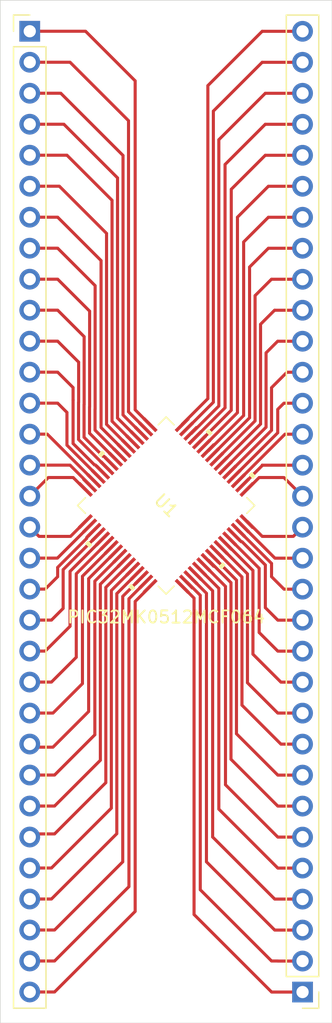
<source format=kicad_pcb>
(kicad_pcb (version 20211014) (generator pcbnew)
  (layers (0 "F.Cu" signal) (31 "B.Cu" signal) (34 "B.Paste" user) (35 "F.Paste" user) (36 "B.SilkS" user "B.Silkscreen") (37 "F.SilkS" user "F.Silkscreen") (38 "B.Mask" user) (39 "F.Mask" user) (44 "Edge.Cuts" user))
  (net 0 "")
  (footprint "Connector_PinHeader_2.54mm:PinHeader_1x32_P2.54mm_Vertical" (layer "F.Cu") (at 129.413 59.685)
    (fp_text reference "J2" hide)
    (fp_text value "Conn_01x32" hide)
    (fp_line (start 1.33 1.27) (end 1.33 80.07) (layer "F.SilkS") (width 0.12))
    (fp_line (start -1.33 1.27) (end -1.33 80.07) (layer "F.SilkS") (width 0.12))
    (fp_line (start -1.33 0) (end -1.33 -1.33) (layer "F.SilkS") (width 0.12))
    (fp_line (start -1.33 80.07) (end 1.33 80.07) (layer "F.SilkS") (width 0.12))
    (fp_line (start -1.33 1.27) (end 1.33 1.27) (layer "F.SilkS") (width 0.12))
    (fp_line (start -1.33 -1.33) (end 0 -1.33) (layer "F.SilkS") (width 0.12))
    (pad "1" thru_hole rect (at 0 0) (size 1.7 1.7) (drill 1) (layers *.Cu *.Mask))
    (pad "2" thru_hole oval (at 0 2.54) (size 1.7 1.7) (drill 1) (layers *.Cu *.Mask))
    (pad "3" thru_hole oval (at 0 5.08) (size 1.7 1.7) (drill 1) (layers *.Cu *.Mask))
    (pad "4" thru_hole oval (at 0 7.62) (size 1.7 1.7) (drill 1) (layers *.Cu *.Mask))
    (pad "5" thru_hole oval (at 0 10.16) (size 1.7 1.7) (drill 1) (layers *.Cu *.Mask))
    (pad "6" thru_hole oval (at 0 12.7) (size 1.7 1.7) (drill 1) (layers *.Cu *.Mask))
    (pad "7" thru_hole oval (at 0 15.24) (size 1.7 1.7) (drill 1) (layers *.Cu *.Mask))
    (pad "8" thru_hole oval (at 0 17.78) (size 1.7 1.7) (drill 1) (layers *.Cu *.Mask))
    (pad "9" thru_hole oval (at 0 20.32) (size 1.7 1.7) (drill 1) (layers *.Cu *.Mask))
    (pad "10" thru_hole oval (at 0 22.86) (size 1.7 1.7) (drill 1) (layers *.Cu *.Mask))
    (pad "11" thru_hole oval (at 0 25.4) (size 1.7 1.7) (drill 1) (layers *.Cu *.Mask))
    (pad "12" thru_hole oval (at 0 27.94) (size 1.7 1.7) (drill 1) (layers *.Cu *.Mask))
    (pad "13" thru_hole oval (at 0 30.48) (size 1.7 1.7) (drill 1) (layers *.Cu *.Mask))
    (pad "14" thru_hole oval (at 0 33.02) (size 1.7 1.7) (drill 1) (layers *.Cu *.Mask))
    (pad "15" thru_hole oval (at 0 35.56) (size 1.7 1.7) (drill 1) (layers *.Cu *.Mask))
    (pad "16" thru_hole oval (at 0 38.1) (size 1.7 1.7) (drill 1) (layers *.Cu *.Mask))
    (pad "17" thru_hole oval (at 0 40.64) (size 1.7 1.7) (drill 1) (layers *.Cu *.Mask))
    (pad "18" thru_hole oval (at 0 43.18) (size 1.7 1.7) (drill 1) (layers *.Cu *.Mask))
    (pad "19" thru_hole oval (at 0 45.72) (size 1.7 1.7) (drill 1) (layers *.Cu *.Mask))
    (pad "20" thru_hole oval (at 0 48.26) (size 1.7 1.7) (drill 1) (layers *.Cu *.Mask))
    (pad "21" thru_hole oval (at 0 50.8) (size 1.7 1.7) (drill 1) (layers *.Cu *.Mask))
    (pad "22" thru_hole oval (at 0 53.34) (size 1.7 1.7) (drill 1) (layers *.Cu *.Mask))
    (pad "23" thru_hole oval (at 0 55.88) (size 1.7 1.7) (drill 1) (layers *.Cu *.Mask))
    (pad "24" thru_hole oval (at 0 58.42) (size 1.7 1.7) (drill 1) (layers *.Cu *.Mask))
    (pad "25" thru_hole oval (at 0 60.96) (size 1.7 1.7) (drill 1) (layers *.Cu *.Mask))
    (pad "26" thru_hole oval (at 0 63.5) (size 1.7 1.7) (drill 1) (layers *.Cu *.Mask))
    (pad "27" thru_hole oval (at 0 66.04) (size 1.7 1.7) (drill 1) (layers *.Cu *.Mask))
    (pad "28" thru_hole oval (at 0 68.58) (size 1.7 1.7) (drill 1) (layers *.Cu *.Mask))
    (pad "29" thru_hole oval (at 0 71.12) (size 1.7 1.7) (drill 1) (layers *.Cu *.Mask))
    (pad "30" thru_hole oval (at 0 73.66) (size 1.7 1.7) (drill 1) (layers *.Cu *.Mask))
    (pad "31" thru_hole oval (at 0 76.2) (size 1.7 1.7) (drill 1) (layers *.Cu *.Mask))
    (pad "32" thru_hole oval (at 0 78.74) (size 1.7 1.7) (drill 1) (layers *.Cu *.Mask))
  )
  (footprint "PIC32:PIC32MK0512MCJ064-I&slash_PT" (layer "F.Cu") (at 140.589 98.554749 -45)
    (fp_text reference "U1" (at 0 0 135) (layer "F.SilkS"))
    (fp_text value "PIC32MK0512MCF064" (at 6.463841 6.463841) (layer "F.SilkS"))
    (fp_line (start 4.22244 5.1308) (end 5.1308 5.1308) (layer "F.SilkS") (width 0.12))
    (fp_line (start 5.1308 -4.22244) (end 5.1308 -5.1308) (layer "F.SilkS") (width 0.12))
    (fp_line (start -5.1308 5.1308) (end -4.22244 5.1308) (layer "F.SilkS") (width 0.12))
    (fp_line (start 5.1308 -5.1308) (end 4.22244 -5.1308) (layer "F.SilkS") (width 0.12))
    (fp_line (start -5.1308 -5.1308) (end -5.1308 -4.22244) (layer "F.SilkS") (width 0.12))
    (fp_line (start 5.1308 5.1308) (end 5.1308 4.22244) (layer "F.SilkS") (width 0.12))
    (fp_line (start -5.1308 4.22244) (end -5.1308 5.1308) (layer "F.SilkS") (width 0.12))
    (fp_line (start -4.22244 -5.1308) (end -5.1308 -5.1308) (layer "F.SilkS") (width 0.12))
    (fp_poly (pts (xy -1.940499 -6.604) (xy -1.940499 -6.858) (xy -1.559499 -6.858) (xy -1.559499 -6.604)) (layer "F.SilkS") (width 0.1) (fill solid))
    (fp_poly (pts (xy 6.858 0.059499) (xy 6.858 0.4405) (xy 6.604 0.4405) (xy 6.604 0.059499)) (layer "F.SilkS") (width 0.1) (fill solid))
    (fp_poly (pts (xy -6.858 0.559501) (xy -6.858 0.940501) (xy -6.604 0.940501) (xy -6.604 0.559501)) (layer "F.SilkS") (width 0.1) (fill solid))
    (fp_poly (pts (xy 2.5595 6.604) (xy 2.5595 6.858) (xy 2.9405 6.858) (xy 2.9405 6.604)) (layer "F.SilkS") (width 0.1) (fill solid))
    (fp_poly (pts (xy -2.440501 6.604) (xy -2.440501 6.858) (xy -2.059501 6.858) (xy -2.059501 6.604)) (layer "F.SilkS") (width 0.1) (fill solid))
    (fp_poly (pts (xy 3.059501 -6.604) (xy 3.059501 -6.858) (xy 3.440501 -6.858) (xy 3.440501 -6.604)) (layer "F.SilkS") (width 0.1) (fill solid))
    (pad "1" smd rect locked (at -5.6134 -3.75 45) (size 0.2794 1.4732) (layers "F.Cu" "F.Paste" "F.Mask"))
    (pad "2" smd rect locked (at -5.6134 -3.250001 45) (size 0.2794 1.4732) (layers "F.Cu" "F.Paste" "F.Mask"))
    (pad "3" smd rect locked (at -5.6134 -2.75 45) (size 0.2794 1.4732) (layers "F.Cu" "F.Paste" "F.Mask"))
    (pad "4" smd rect locked (at -5.6134 -2.250001 45) (size 0.2794 1.4732) (layers "F.Cu" "F.Paste" "F.Mask"))
    (pad "5" smd rect locked (at -5.6134 -1.749999 45) (size 0.2794 1.4732) (layers "F.Cu" "F.Paste" "F.Mask"))
    (pad "6" smd rect locked (at -5.6134 -1.25 45) (size 0.2794 1.4732) (layers "F.Cu" "F.Paste" "F.Mask"))
    (pad "7" smd rect locked (at -5.6134 -0.750001 45) (size 0.2794 1.4732) (layers "F.Cu" "F.Paste" "F.Mask"))
    (pad "8" smd rect locked (at -5.6134 -0.25 45) (size 0.2794 1.4732) (layers "F.Cu" "F.Paste" "F.Mask"))
    (pad "9" smd rect locked (at -5.6134 0.25 45) (size 0.2794 1.4732) (layers "F.Cu" "F.Paste" "F.Mask"))
    (pad "10" smd rect locked (at -5.6134 0.750001 45) (size 0.2794 1.4732) (layers "F.Cu" "F.Paste" "F.Mask"))
    (pad "11" smd rect locked (at -5.6134 1.25 45) (size 0.2794 1.4732) (layers "F.Cu" "F.Paste" "F.Mask"))
    (pad "12" smd rect locked (at -5.6134 1.749999 45) (size 0.2794 1.4732) (layers "F.Cu" "F.Paste" "F.Mask"))
    (pad "13" smd rect locked (at -5.6134 2.250001 45) (size 0.2794 1.4732) (layers "F.Cu" "F.Paste" "F.Mask"))
    (pad "14" smd rect locked (at -5.6134 2.75 45) (size 0.2794 1.4732) (layers "F.Cu" "F.Paste" "F.Mask"))
    (pad "15" smd rect locked (at -5.6134 3.250001 45) (size 0.2794 1.4732) (layers "F.Cu" "F.Paste" "F.Mask"))
    (pad "16" smd rect locked (at -5.6134 3.75 45) (size 0.2794 1.4732) (layers "F.Cu" "F.Paste" "F.Mask"))
    (pad "17" smd rect locked (at -3.75 5.6134 315) (size 0.2794 1.4732) (layers "F.Cu" "F.Paste" "F.Mask"))
    (pad "18" smd rect locked (at -3.250001 5.6134 315) (size 0.2794 1.4732) (layers "F.Cu" "F.Paste" "F.Mask"))
    (pad "19" smd rect locked (at -2.75 5.6134 315) (size 0.2794 1.4732) (layers "F.Cu" "F.Paste" "F.Mask"))
    (pad "20" smd rect locked (at -2.250001 5.6134 315) (size 0.2794 1.4732) (layers "F.Cu" "F.Paste" "F.Mask"))
    (pad "21" smd rect locked (at -1.749999 5.6134 315) (size 0.2794 1.4732) (layers "F.Cu" "F.Paste" "F.Mask"))
    (pad "22" smd rect locked (at -1.25 5.6134 315) (size 0.2794 1.4732) (layers "F.Cu" "F.Paste" "F.Mask"))
    (pad "23" smd rect locked (at -0.750001 5.6134 315) (size 0.2794 1.4732) (layers "F.Cu" "F.Paste" "F.Mask"))
    (pad "24" smd rect locked (at -0.25 5.6134 315) (size 0.2794 1.4732) (layers "F.Cu" "F.Paste" "F.Mask"))
    (pad "25" smd rect locked (at 0.25 5.6134 315) (size 0.2794 1.4732) (layers "F.Cu" "F.Paste" "F.Mask"))
    (pad "26" smd rect locked (at 0.750001 5.6134 315) (size 0.2794 1.4732) (layers "F.Cu" "F.Paste" "F.Mask"))
    (pad "27" smd rect locked (at 1.25 5.6134 315) (size 0.2794 1.4732) (layers "F.Cu" "F.Paste" "F.Mask"))
    (pad "28" smd rect locked (at 1.749999 5.6134 315) (size 0.2794 1.4732) (layers "F.Cu" "F.Paste" "F.Mask"))
    (pad "29" smd rect locked (at 2.250001 5.6134 315) (size 0.2794 1.4732) (layers "F.Cu" "F.Paste" "F.Mask"))
    (pad "30" smd rect locked (at 2.75 5.6134 315) (size 0.2794 1.4732) (layers "F.Cu" "F.Paste" "F.Mask"))
    (pad "31" smd rect locked (at 3.250001 5.6134 315) (size 0.2794 1.4732) (layers "F.Cu" "F.Paste" "F.Mask"))
    (pad "32" smd rect locked (at 3.75 5.6134 315) (size 0.2794 1.4732) (layers "F.Cu" "F.Paste" "F.Mask"))
    (pad "33" smd rect locked (at 5.6134 3.75 45) (size 0.2794 1.4732) (layers "F.Cu" "F.Paste" "F.Mask"))
    (pad "34" smd rect locked (at 5.6134 3.250001 45) (size 0.2794 1.4732) (layers "F.Cu" "F.Paste" "F.Mask"))
    (pad "35" smd rect locked (at 5.6134 2.75 45) (size 0.2794 1.4732) (layers "F.Cu" "F.Paste" "F.Mask"))
    (pad "36" smd rect locked (at 5.6134 2.250001 45) (size 0.2794 1.4732) (layers "F.Cu" "F.Paste" "F.Mask"))
    (pad "37" smd rect locked (at 5.6134 1.749999 45) (size 0.2794 1.4732) (layers "F.Cu" "F.Paste" "F.Mask"))
    (pad "38" smd rect locked (at 5.6134 1.25 45) (size 0.2794 1.4732) (layers "F.Cu" "F.Paste" "F.Mask"))
    (pad "39" smd rect locked (at 5.6134 0.750001 45) (size 0.2794 1.4732) (layers "F.Cu" "F.Paste" "F.Mask"))
    (pad "40" smd rect locked (at 5.6134 0.25 45) (size 0.2794 1.4732) (layers "F.Cu" "F.Paste" "F.Mask"))
    (pad "41" smd rect locked (at 5.6134 -0.25 45) (size 0.2794 1.4732) (layers "F.Cu" "F.Paste" "F.Mask"))
    (pad "42" smd rect locked (at 5.6134 -0.750001 45) (size 0.2794 1.4732) (layers "F.Cu" "F.Paste" "F.Mask"))
    (pad "43" smd rect locked (at 5.6134 -1.25 45) (size 0.2794 1.4732) (layers "F.Cu" "F.Paste" "F.Mask"))
    (pad "44" smd rect locked (at 5.6134 -1.749999 45) (size 0.2794 1.4732) (layers "F.Cu" "F.Paste" "F.Mask"))
    (pad "45" smd rect locked (at 5.6134 -2.250001 45) (size 0.2794 1.4732) (layers "F.Cu" "F.Paste" "F.Mask"))
    (pad "46" smd rect locked (at 5.6134 -2.75 45) (size 0.2794 1.4732) (layers "F.Cu" "F.Paste" "F.Mask"))
    (pad "47" smd rect locked (at 5.6134 -3.250001 45) (size 0.2794 1.4732) (layers "F.Cu" "F.Paste" "F.Mask"))
    (pad "48" smd rect locked (at 5.6134 -3.75 45) (size 0.2794 1.4732) (layers "F.Cu" "F.Paste" "F.Mask"))
    (pad "49" smd rect locked (at 3.75 -5.6134 315) (size 0.2794 1.4732) (layers "F.Cu" "F.Paste" "F.Mask"))
    (pad "50" smd rect locked (at 3.250001 -5.6134 315) (size 0.2794 1.4732) (layers "F.Cu" "F.Paste" "F.Mask"))
    (pad "51" smd rect locked (at 2.75 -5.6134 315) (size 0.2794 1.4732) (layers "F.Cu" "F.Paste" "F.Mask"))
    (pad "52" smd rect locked (at 2.250001 -5.6134 315) (size 0.2794 1.4732) (layers "F.Cu" "F.Paste" "F.Mask"))
    (pad "53" smd rect locked (at 1.749999 -5.6134 315) (size 0.2794 1.4732) (layers "F.Cu" "F.Paste" "F.Mask"))
    (pad "54" smd rect locked (at 1.25 -5.6134 315) (size 0.2794 1.4732) (layers "F.Cu" "F.Paste" "F.Mask"))
    (pad "55" smd rect locked (at 0.750001 -5.6134 315) (size 0.2794 1.4732) (layers "F.Cu" "F.Paste" "F.Mask"))
    (pad "56" smd rect locked (at 0.25 -5.6134 315) (size 0.2794 1.4732) (layers "F.Cu" "F.Paste" "F.Mask"))
    (pad "57" smd rect locked (at -0.25 -5.6134 315) (size 0.2794 1.4732) (layers "F.Cu" "F.Paste" "F.Mask"))
    (pad "58" smd rect locked (at -0.750001 -5.6134 315) (size 0.2794 1.4732) (layers "F.Cu" "F.Paste" "F.Mask"))
    (pad "59" smd rect locked (at -1.25 -5.6134 315) (size 0.2794 1.4732) (layers "F.Cu" "F.Paste" "F.Mask"))
    (pad "60" smd rect locked (at -1.749999 -5.6134 315) (size 0.2794 1.4732) (layers "F.Cu" "F.Paste" "F.Mask"))
    (pad "61" smd rect locked (at -2.250001 -5.6134 315) (size 0.2794 1.4732) (layers "F.Cu" "F.Paste" "F.Mask"))
    (pad "62" smd rect locked (at -2.75 -5.6134 315) (size 0.2794 1.4732) (layers "F.Cu" "F.Paste" "F.Mask"))
    (pad "63" smd rect locked (at -3.250001 -5.6134 315) (size 0.2794 1.4732) (layers "F.Cu" "F.Paste" "F.Mask"))
    (pad "64" smd rect locked (at -3.75 -5.6134 315) (size 0.2794 1.4732) (layers "F.Cu" "F.Paste" "F.Mask"))
  )
  (footprint "Connector_PinHeader_2.54mm:PinHeader_1x32_P2.54mm_Vertical" (layer "F.Cu") (at 151.765 138.43 180)
    (fp_text reference "J1" hide)
    (fp_text value "Conn_01x33" hide)
    (fp_line (start -1.33 1.27) (end 1.33 1.27) (layer "F.SilkS") (width 0.12))
    (fp_line (start -1.33 0) (end -1.33 -1.33) (layer "F.SilkS") (width 0.12))
    (fp_line (start -1.33 1.27) (end -1.33 80.07) (layer "F.SilkS") (width 0.12))
    (fp_line (start -1.33 80.07) (end 1.33 80.07) (layer "F.SilkS") (width 0.12))
    (fp_line (start 1.33 1.27) (end 1.33 80.07) (layer "F.SilkS") (width 0.12))
    (fp_line (start -1.33 -1.33) (end 0 -1.33) (layer "F.SilkS") (width 0.12))
    (pad "1" thru_hole rect (at 0 0 180) (size 1.7 1.7) (drill 1) (layers *.Cu *.Mask))
    (pad "2" thru_hole oval (at 0 2.54 180) (size 1.7 1.7) (drill 1) (layers *.Cu *.Mask))
    (pad "3" thru_hole oval (at 0 5.08 180) (size 1.7 1.7) (drill 1) (layers *.Cu *.Mask))
    (pad "4" thru_hole oval (at 0 7.62 180) (size 1.7 1.7) (drill 1) (layers *.Cu *.Mask))
    (pad "5" thru_hole oval (at 0 10.16 180) (size 1.7 1.7) (drill 1) (layers *.Cu *.Mask))
    (pad "6" thru_hole oval (at 0 12.7 180) (size 1.7 1.7) (drill 1) (layers *.Cu *.Mask))
    (pad "7" thru_hole oval (at 0 15.24 180) (size 1.7 1.7) (drill 1) (layers *.Cu *.Mask))
    (pad "8" thru_hole oval (at 0 17.78 180) (size 1.7 1.7) (drill 1) (layers *.Cu *.Mask))
    (pad "9" thru_hole oval (at 0 20.32 180) (size 1.7 1.7) (drill 1) (layers *.Cu *.Mask))
    (pad "10" thru_hole oval (at 0 22.86 180) (size 1.7 1.7) (drill 1) (layers *.Cu *.Mask))
    (pad "11" thru_hole oval (at 0 25.4 180) (size 1.7 1.7) (drill 1) (layers *.Cu *.Mask))
    (pad "12" thru_hole oval (at 0 27.94 180) (size 1.7 1.7) (drill 1) (layers *.Cu *.Mask))
    (pad "13" thru_hole oval (at 0 30.48 180) (size 1.7 1.7) (drill 1) (layers *.Cu *.Mask))
    (pad "14" thru_hole oval (at 0 33.02 180) (size 1.7 1.7) (drill 1) (layers *.Cu *.Mask))
    (pad "15" thru_hole oval (at 0 35.56 180) (size 1.7 1.7) (drill 1) (layers *.Cu *.Mask))
    (pad "16" thru_hole oval (at 0 38.1 180) (size 1.7 1.7) (drill 1) (layers *.Cu *.Mask))
    (pad "17" thru_hole oval (at 0 40.64 180) (size 1.7 1.7) (drill 1) (layers *.Cu *.Mask))
    (pad "18" thru_hole oval (at 0 43.18 180) (size 1.7 1.7) (drill 1) (layers *.Cu *.Mask))
    (pad "19" thru_hole oval (at 0 45.72 180) (size 1.7 1.7) (drill 1) (layers *.Cu *.Mask))
    (pad "20" thru_hole oval (at 0 48.26 180) (size 1.7 1.7) (drill 1) (layers *.Cu *.Mask))
    (pad "21" thru_hole oval (at 0 50.8 180) (size 1.7 1.7) (drill 1) (layers *.Cu *.Mask))
    (pad "22" thru_hole oval (at 0 53.34 180) (size 1.7 1.7) (drill 1) (layers *.Cu *.Mask))
    (pad "23" thru_hole oval (at 0 55.88 180) (size 1.7 1.7) (drill 1) (layers *.Cu *.Mask))
    (pad "24" thru_hole oval (at 0 58.42 180) (size 1.7 1.7) (drill 1) (layers *.Cu *.Mask))
    (pad "25" thru_hole oval (at 0 60.96 180) (size 1.7 1.7) (drill 1) (layers *.Cu *.Mask))
    (pad "26" thru_hole oval (at 0 63.5 180) (size 1.7 1.7) (drill 1) (layers *.Cu *.Mask))
    (pad "27" thru_hole oval (at 0 66.04 180) (size 1.7 1.7) (drill 1) (layers *.Cu *.Mask))
    (pad "28" thru_hole oval (at 0 68.58 180) (size 1.7 1.7) (drill 1) (layers *.Cu *.Mask))
    (pad "29" thru_hole oval (at 0 71.12 180) (size 1.7 1.7) (drill 1) (layers *.Cu *.Mask))
    (pad "30" thru_hole oval (at 0 73.66 180) (size 1.7 1.7) (drill 1) (layers *.Cu *.Mask))
    (pad "31" thru_hole oval (at 0 76.2 180) (size 1.7 1.7) (drill 1) (layers *.Cu *.Mask))
    (pad "32" thru_hole oval (at 0 78.74 180) (size 1.7 1.7) (drill 1) (layers *.Cu *.Mask))
  )
  (gr_rect (start 127 57.15) (end 154.178 140.97) (layer "Edge.Cuts") (width 0.05) (fill none))
  (segment (start 131.445 138.425) (end 129.413 138.425) (width 0.25) (layer "F.Cu") (net 0))
  (segment (start 137.150058 94.055145) (end 135.255 92.160087) (width 0.25) (layer "F.Cu") (net 0))
  (segment (start 131.191 113.025) (end 129.413 113.025) (width 0.25) (layer "F.Cu") (net 0))
  (segment (start 138.049 63.749) (end 133.985 59.685) (width 0.25) (layer "F.Cu") (net 0))
  (segment (start 149.484 82.55) (end 151.765 82.55) (width 0.25) (layer "F.Cu") (net 0))
  (segment (start 136.547 105.778731) (end 136.547 125.449) (width 0.25) (layer "F.Cu") (net 0))
  (segment (start 146.856371 96.883574) (end 148.463 95.276945) (width 0.25) (layer "F.Cu") (net 0))
  (segment (start 135.647 105.264516) (end 135.647 121.269) (width 0.25) (layer "F.Cu") (net 0))
  (segment (start 145.923 90.745877) (end 145.923 72.639) (width 0.25) (layer "F.Cu") (net 0))
  (segment (start 132.962332 89.917668) (end 132.969 89.911) (width 0.25) (layer "F.Cu") (net 0))
  (segment (start 148.468 95.25) (end 151.765 95.25) (width 0.25) (layer "F.Cu") (net 0))
  (segment (start 148.463 62.225) (end 148.468 62.23) (width 0.25) (layer "F.Cu") (net 0))
  (segment (start 133.869 90.283792) (end 133.869 84.715) (width 0.25) (layer "F.Cu") (net 0))
  (segment (start 136.796503 94.408699) (end 134.762332 92.374528) (width 0.25) (layer "F.Cu") (net 0))
  (segment (start 149.484 133.35) (end 151.765 133.35) (width 0.25) (layer "F.Cu") (net 0))
  (segment (start 149.738 125.73) (end 151.765 125.73) (width 0.25) (layer "F.Cu") (net 0))
  (segment (start 134.319 90.470188) (end 134.319 82.625) (width 0.25) (layer "F.Cu") (net 0))
  (segment (start 149.738 123.19) (end 151.765 123.19) (width 0.25) (layer "F.Cu") (net 0))
  (segment (start 148.717 64.765) (end 148.722 64.77) (width 0.25) (layer "F.Cu") (net 0))
  (segment (start 131.445 123.185) (end 129.413 123.185) (width 0.25) (layer "F.Cu") (net 0))
  (segment (start 129.667 125.471) (end 129.413 125.725) (width 0.25) (layer "F.Cu") (net 0))
  (segment (start 145.442157 95.469359) (end 148.775 92.136516) (width 0.25) (layer "F.Cu") (net 0))
  (segment (start 131.445 135.885) (end 129.413 135.885) (width 0.25) (layer "F.Cu") (net 0))
  (segment (start 134.747 104.750302) (end 134.747 117.343) (width 0.25) (layer "F.Cu") (net 0))
  (segment (start 142.967282 92.994485) (end 145.415 90.546767) (width 0.25) (layer "F.Cu") (net 0))
  (segment (start 136.097 105.521621) (end 136.097 123.359) (width 0.25) (layer "F.Cu") (net 0))
  (segment (start 142.61373 104.468566) (end 143.891 105.745836) (width 0.25) (layer "F.Cu") (net 0))
  (segment (start 149.738 110.49) (end 151.765 110.49) (width 0.25) (layer "F.Cu") (net 0))
  (segment (start 134.769 90.656584) (end 134.769 80.535) (width 0.25) (layer "F.Cu") (net 0))
  (segment (start 150.236 90.17) (end 149.733 90.673) (width 0.25) (layer "F.Cu") (net 0))
  (segment (start 135.255 92.160087) (end 135.255 78.481) (width 0.25) (layer "F.Cu") (net 0))
  (segment (start 132.149 103.812767) (end 132.149 106.987) (width 0.25) (layer "F.Cu") (net 0))
  (segment (start 142.875 132.075) (end 149.23 138.43) (width 0.25) (layer "F.Cu") (net 0))
  (segment (start 145.451 121.443) (end 149.738 125.73) (width 0.25) (layer "F.Cu") (net 0))
  (segment (start 134.791205 95.231826) (end 134.720491 95.231826) (width 0.25) (layer "F.Cu") (net 0))
  (segment (start 138.56427 104.468566) (end 137.033 105.999836) (width 0.25) (layer "F.Cu") (net 0))
  (segment (start 134.312332 92.631634) (end 134.312332 90.476856) (width 0.25) (layer "F.Cu") (net 0))
  (segment (start 129.413 69.845) (end 132.461 69.845) (width 0.25) (layer "F.Cu") (net 0))
  (segment (start 144.027942 94.055145) (end 144.064855 94.055145) (width 0.25) (layer "F.Cu") (net 0))
  (segment (start 149.225 104.389) (end 150.246 105.41) (width 0.25) (layer "F.Cu") (net 0))
  (segment (start 144.064855 94.055145) (end 146.939 91.181) (width 0.25) (layer "F.Cu") (net 0))
  (segment (start 139.271377 91.933825) (end 138.049 90.711448) (width 0.25) (layer "F.Cu") (net 0))
  (segment (start 131.445 120.645) (end 129.413 120.645) (width 0.25) (layer "F.Cu") (net 0))
  (segment (start 134.762332 92.374528) (end 134.762332 90.663252) (width 0.25) (layer "F.Cu") (net 0))
  (segment (start 149.733 85.085) (end 149.738 85.09) (width 0.25) (layer "F.Cu") (net 0))
  (segment (start 137.505 90.874553) (end 137.505 67.015) (width 0.25) (layer "F.Cu") (net 0))
  (segment (start 134.720491 95.231826) (end 132.962332 93.473667) (width 0.25) (layer "F.Cu") (net 0))
  (segment (start 150.236 96.261) (end 151.765 97.79) (width 0.25) (layer "F.Cu") (net 0))
  (segment (start 135.197 119.433) (end 131.445 123.185) (width 0.25) (layer "F.Cu") (net 0))
  (segment (start 144.007 89.795) (end 144.007 64.141) (width 0.25) (layer "F.Cu") (net 0))
  (segment (start 148.976 72.39) (end 151.765 72.39) (width 0.25) (layer "F.Cu") (net 0))
  (segment (start 135.028736 100.933031) (end 132.149 103.812767) (width 0.25) (layer "F.Cu") (net 0))
  (segment (start 135.382291 101.286586) (end 132.715 103.953877) (width 0.25) (layer "F.Cu") (net 0))
  (segment (start 134.675183 100.579479) (end 134.084098 101.170564) (width 0.25) (layer "F.Cu") (net 0))
  (segment (start 134.239 115.438) (end 131.318 118.359) (width 0.25) (layer "F.Cu") (net 0))
  (segment (start 149.992 118.11) (end 151.765 118.11) (width 0.25) (layer "F.Cu") (net 0))
  (segment (start 130.175 101.087) (end 129.413 100.325) (width 0.25) (layer "F.Cu") (net 0))
  (segment (start 131.699 103.627) (end 131.699 104.389) (width 0.25) (layer "F.Cu") (net 0))
  (segment (start 144.907 90.397581) (end 144.907 68.575) (width 0.25) (layer "F.Cu") (net 0))
  (segment (start 136.44295 102.347246) (end 134.239 104.551196) (width 0.25) (layer "F.Cu") (net 0))
  (segment (start 147.232874 97.237126) (end 148.209 96.261) (width 0.25) (layer "F.Cu") (net 0))
  (segment (start 145.088604 101.993691) (end 147.251 104.156087) (width 0.25) (layer "F.Cu") (net 0))
  (segment (start 148.717 67.305) (end 148.722 67.31) (width 0.25) (layer "F.Cu") (net 0))
  (segment (start 148.463 59.685) (end 148.468 59.69) (width 0.25) (layer "F.Cu") (net 0))
  (segment (start 130.683 105.405) (end 129.413 105.405) (width 0.25) (layer "F.Cu") (net 0))
  (segment (start 131.699 87.625) (end 132.962332 88.888332) (width 0.25) (layer "F.Cu") (net 0))
  (segment (start 143.383 105.913) (end 143.383 130.043) (width 0.25) (layer "F.Cu") (net 0))
  (segment (start 133.869 84.715) (end 131.699 82.545) (width 0.25) (layer "F.Cu") (net 0))
  (segment (start 145.442157 101.640139) (end 145.460139 101.640139) (width 0.25) (layer "F.Cu") (net 0))
  (segment (start 134.239 104.551196) (end 134.239 115.438) (width 0.25) (layer "F.Cu") (net 0))
  (segment (start 144.457 90.090553) (end 144.457 66.231) (width 0.25) (layer "F.Cu") (net 0))
  (segment (start 141.906623 105.175673) (end 142.875 106.14405) (width 0.25) (layer "F.Cu") (net 0))
  (segment (start 135.197 105.007411) (end 135.197 119.433) (width 0.25) (layer "F.Cu") (net 0))
  (segment (start 142.875 106.14405) (end 142.875 132.075) (width 0.25) (layer "F.Cu") (net 0))
  (segment (start 136.155 73.539) (end 136.155 91.645877) (width 0.25) (layer "F.Cu") (net 0))
  (segment (start 149.733 115.565) (end 151.76 115.565) (width 0.25) (layer "F.Cu") (net 0))
  (segment (start 135.427603 94.524723) (end 133.862332 92.959452) (width 0.25) (layer "F.Cu") (net 0))
  (segment (start 131.191 130.805) (end 129.413 130.805) (width 0.25) (layer "F.Cu") (net 0))
  (segment (start 129.413 87.625) (end 131.699 87.625) (width 0.25) (layer "F.Cu") (net 0))
  (segment (start 132.962332 93.473667) (end 132.962332 89.917668) (width 0.25) (layer "F.Cu") (net 0))
  (segment (start 144.381497 94.408699) (end 147.425 91.365196) (width 0.25) (layer "F.Cu") (net 0))
  (segment (start 145.460139 101.640139) (end 147.701 103.881) (width 0.25) (layer "F.Cu") (net 0))
  (segment (start 149.479 82.545) (end 149.484 82.55) (width 0.25) (layer "F.Cu") (net 0))
  (segment (start 144.73505 94.762252) (end 147.875 91.622302) (width 0.25) (layer "F.Cu") (net 0))
  (segment (start 137.033 127.757) (end 131.445 133.345) (width 0.25) (layer "F.Cu") (net 0))
  (segment (start 136.089396 101.993691) (end 133.731 104.352087) (width 0.25) (layer "F.Cu") (net 0))
  (segment (start 146.502817 96.530019) (end 150.322836 92.71) (width 0.25) (layer "F.Cu") (net 0))
  (segment (start 129.667 118.359) (end 129.413 118.105) (width 0.25) (layer "F.Cu") (net 0))
  (segment (start 142.967282 104.115013) (end 144.399 105.546731) (width 0.25) (layer "F.Cu") (net 0))
  (segment (start 148.717 106.929) (end 149.738 107.95) (width 0.25) (layer "F.Cu") (net 0))
  (segment (start 148.775 92.136516) (end 148.775 86.043) (width 0.25) (layer "F.Cu") (net 0))
  (segment (start 146.939 91.181) (end 146.939 76.957) (width 0.25) (layer "F.Cu") (net 0))
  (segment (start 137.50361 103.407906) (end 135.647 105.264516) (width 0.25) (layer "F.Cu") (net 0))
  (segment (start 134.319 82.625) (end 131.699 80.005) (width 0.25) (layer "F.Cu") (net 0))
  (segment (start 145.795709 95.822912) (end 149.225 92.393621) (width 0.25) (layer "F.Cu") (net 0))
  (segment (start 131.318 115.565) (end 129.413 115.565) (width 0.25) (layer "F.Cu") (net 0))
  (segment (start 137.541 129.789) (end 131.445 135.885) (width 0.25) (layer "F.Cu") (net 0))
  (segment (start 131.699 85.085) (end 129.413 85.085) (width 0.25) (layer "F.Cu") (net 0))
  (segment (start 143.891 105.745836) (end 143.891 127.757) (width 0.25) (layer "F.Cu") (net 0))
  (segment (start 131.318 118.359) (end 129.667 118.359) (width 0.25) (layer "F.Cu") (net 0))
  (segment (start 148.468 59.69) (end 151.765 59.69) (width 0.25) (layer "F.Cu") (net 0))
  (segment (start 148.971 77.465) (end 148.976 77.47) (width 0.25) (layer "F.Cu") (net 0))
  (segment (start 132.962332 88.888332) (end 132.962332 89.917668) (width 0.25) (layer "F.Cu") (net 0))
  (segment (start 132.715 108.453) (end 130.683 110.485) (width 0.25) (layer "F.Cu") (net 0))
  (segment (start 148.325 83.699) (end 149.479 82.545) (width 0.25) (layer "F.Cu") (net 0))
  (segment (start 148.209 103.699877) (end 148.209 108.961) (width 0.25) (layer "F.Cu") (net 0))
  (segment (start 144.027942 103.054353) (end 144.077865 103.054353) (width 0.25) (layer "F.Cu") (net 0))
  (segment (start 136.155 91.645877) (end 137.857163 93.34804) (width 0.25) (layer "F.Cu") (net 0))
  (segment (start 135.735843 95.469359) (end 133.412332 93.145848) (width 0.25) (layer "F.Cu") (net 0))
  (segment (start 133.985 59.685) (end 129.413 59.685) (width 0.25) (layer "F.Cu") (net 0))
  (segment (start 149.738 128.27) (end 151.765 128.27) (width 0.25) (layer "F.Cu") (net 0))
  (segment (start 147.209924 99.872372) (end 147.248372 99.872372) (width 0.25) (layer "F.Cu") (net 0))
  (segment (start 134.769 80.535) (end 131.699 77.465) (width 0.25) (layer "F.Cu") (net 0))
  (segment (start 147.248372 99.872372) (end 148.463 101.087) (width 0.25) (layer "F.Cu") (net 0))
  (segment (start 133.419 86.805) (end 131.699 85.085) (width 0.25) (layer "F.Cu") (net 0))
  (segment (start 133.223 110.993) (end 131.191 113.025) (width 0.25) (layer "F.Cu") (net 0))
  (segment (start 141.906623 91.933825) (end 141.906623 91.895377) (width 0.25) (layer "F.Cu") (net 0))
  (segment (start 132.461 93.608731) (end 132.461 90.927) (width 0.25) (layer "F.Cu") (net 0))
  (segment (start 147.209924 97.237126) (end 147.232874 97.237126) (width 0.25) (layer "F.Cu") (net 0))
  (segment (start 134.675183 96.530019) (end 130.850164 92.705) (width 0.25) (layer "F.Cu") (net 0))
  (segment (start 148.971 72.385) (end 148.976 72.39) (width 0.25) (layer "F.Cu") (net 0))
  (segment (start 149.225 135.885) (end 149.733 135.885) (width 0.25) (layer "F.Cu") (net 0))
  (segment (start 147.251 113.083) (end 149.733 115.565) (width 0.25) (layer "F.Cu") (net 0))
  (segment (start 137.541 106.198945) (end 137.541 129.789) (width 0.25) (layer "F.Cu") (net 0))
  (segment (start 137.50361 93.701592) (end 135.705 91.902982) (width 0.25) (layer "F.Cu") (net 0))
  (segment (start 148.717 69.845) (end 148.722 69.85) (width 0.25) (layer "F.Cu") (net 0))
  (segment (start 133.945126 97.237126) (end 132.969 96.261) (width 0.25) (layer "F.Cu") (net 0))
  (segment (start 148.722 67.31) (end 151.765 67.31) (width 0.25) (layer "F.Cu") (net 0))
  (segment (start 148.463 101.087) (end 151.008 101.087) (width 0.25) (layer "F.Cu") (net 0))
  (segment (start 135.028736 96.176467) (end 132.461 93.608731) (width 0.25) (layer "F.Cu") (net 0))
  (segment (start 149.484 130.81) (end 151.765 130.81) (width 0.25) (layer "F.Cu") (net 0))
  (segment (start 147.875 81.355) (end 149.225 80.005) (width 0.25) (layer "F.Cu") (net 0))
  (segment (start 131.699 77.465) (end 129.413 77.465) (width 0.25) (layer "F.Cu") (net 0))
  (segment (start 147.425 91.365196) (end 147.425 79.011) (width 0.25) (layer "F.Cu") (net 0))
  (segment (start 149.225 92.393621) (end 149.225 88.895) (width 0.25) (layer "F.Cu") (net 0))
  (segment (start 133.731 113.152) (end 131.318 115.565) (width 0.25) (layer "F.Cu") (net 0))
  (segment (start 136.547 125.449) (end 131.191 130.805) (width 0.25) (layer "F.Cu") (net 0))
  (segment (start 134.084098 101.170564) (end 134.084098 101.241902) (width 0.25) (layer "F.Cu") (net 0))
  (segment (start 134.084098 101.241902) (end 131.699 103.627) (width 0.25) (layer "F.Cu") (net 0))
  (segment (start 145.795709 101.286586) (end 148.209 103.699877) (width 0.25) (layer "F.Cu") (net 0))
  (segment (start 132.753448 101.087) (end 130.175 101.087) (width 0.25) (layer "F.Cu") (net 0))
  (segment (start 145.923 72.639) (end 148.717 69.845) (width 0.25) (layer "F.Cu") (net 0))
  (segment (start 136.097 123.359) (end 131.191 128.265) (width 0.25) (layer "F.Cu") (net 0))
  (segment (start 148.717 103.430058) (end 148.717 106.929) (width 0.25) (layer "F.Cu") (net 0))
  (segment (start 138.049 90.711448) (end 138.049 63.749) (width 0.25) (layer "F.Cu") (net 0))
  (segment (start 138.917825 104.82212) (end 137.541 106.198945) (width 0.25) (layer "F.Cu") (net 0))
  (segment (start 136.605 71.703) (end 136.605 91.388767) (width 0.25) (layer "F.Cu") (net 0))
  (segment (start 138.917825 92.287378) (end 137.505 90.874553) (width 0.25) (layer "F.Cu") (net 0))
  (segment (start 148.463 95.245) (end 148.468 95.25) (width 0.25) (layer "F.Cu") (net 0))
  (segment (start 149.225 80.005) (end 149.23 80.01) (width 0.25) (layer "F.Cu") (net 0))
  (segment (start 137.055 69.867) (end 131.953 64.765) (width 0.25) (layer "F.Cu") (net 0))
  (segment (start 131.837 72.385) (end 135.705 76.253) (width 0.25) (layer "F.Cu") (net 0))
  (segment (start 138.210718 104.115013) (end 136.547 105.778731) (width 0.25) (layer "F.Cu") (net 0))
  (segment (start 143.67439 93.701592) (end 146.431 90.944982) (width 0.25) (layer "F.Cu") (net 0))
  (segment (start 130.683 110.485) (end 129.413 110.485) (width 0.25) (layer "F.Cu") (net 0))
  (segment (start 149.225 88.895) (end 150.49 87.63) (width 0.25) (layer "F.Cu") (net 0))
  (segment (start 133.412332 93.145848) (end 133.412332 90.104064) (width 0.25) (layer "F.Cu") (net 0))
  (segment (start 146.740347 101.524114) (end 146.811056 101.524114) (width 0.25) (layer "F.Cu") (net 0))
  (segment (start 133.419 90.097396) (end 133.419 86.805) (width 0.25) (layer "F.Cu") (net 0))
  (segment (start 133.223 104.152982) (end 133.223 110.993) (width 0.25) (layer "F.Cu") (net 0))
  (segment (start 136.605 91.388767) (end 138.210718 92.994485) (width 0.25) (layer "F.Cu") (net 0))
  (segment (start 144.399 105.546731) (end 144.399 125.725) (width 0.25) (layer "F.Cu") (net 0))
  (segment (start 136.796503 102.700799) (end 134.747 104.750302) (width 0.25) (layer "F.Cu") (net 0))
  (segment (start 145.451 105.184516) (end 145.451 121.443) (width 0.25) (layer "F.Cu") (net 0))
  (segment (start 142.61373 92.640932) (end 142.663649 92.640932) (width 0.25) (layer "F.Cu") (net 0))
  (segment (start 148.971 74.925) (end 148.976 74.93) (width 0.25) (layer "F.Cu") (net 0))
  (segment (start 142.260175 104.82212) (end 142.29212 104.82212) (width 0.25) (layer "F.Cu") (net 0))
  (segment (start 132.715 95.245) (end 129.413 95.245) (width 0.25) (layer "F.Cu") (net 0))
  (segment (start 144.907 105.347621) (end 144.907 123.439) (width 0.25) (layer "F.Cu") (net 0))
  (segment (start 131.699 82.545) (end 129.413 82.545) (width 0.25) (layer "F.Cu") (net 0))
  (segment (start 144.457 66.231) (end 148.463 62.225) (width 0.25) (layer "F.Cu") (net 0))
  (segment (start 148.468 62.23) (end 151.765 62.23) (width 0.25) (layer "F.Cu") (net 0))
  (segment (start 136.44295 94.762252) (end 134.312332 92.631634) (width 0.25) (layer "F.Cu") (net 0))
  (segment (start 144.907 68.575) (end 148.717 64.765) (width 0.25) (layer "F.Cu") (net 0))
  (segment (start 131.191 128.265) (end 129.413 128.265) (width 0.25) (layer "F.Cu") (net 0))
  (segment (start 145.901 119.353) (end 149.738 123.19) (width 0.25) (layer "F.Cu") (net 0))
  (segment (start 146.856371 100.225924) (end 149.500447 102.87) (width 0.25) (layer "F.Cu") (net 0))
  (segment (start 138.049 131.821) (end 131.445 138.425) (width 0.25) (layer "F.Cu") (net 0))
  (segment (start 143.320837 103.761458) (end 144.907 105.347621) (width 0.25) (layer "F.Cu") (net 0))
  (segment (start 143.67439 103.407906) (end 145.451 105.184516) (width 0.25) (layer "F.Cu") (net 0))
  (segment (start 146.431 90.944982) (end 146.431 74.925) (width 0.25) (layer "F.Cu") (net 0))
  (segment (start 142.260175 92.287378) (end 144.457 90.090553) (width 0.25) (layer "F.Cu") (net 0))
  (segment (start 135.498312 94.524723) (end 135.427603 94.524723) (width 0.25) (layer "F.Cu") (net 0))
  (segment (start 148.775 86.043) (end 149.733 85.085) (width 0.25) (layer "F.Cu") (net 0))
  (segment (start 149.738 120.65) (end 151.765 120.65) (width 0.25) (layer "F.Cu") (net 0))
  (segment (start 132.461 90.927) (end 131.699 90.165) (width 0.25) (layer "F.Cu") (net 0))
  (segment (start 145.415 90.546767) (end 145.415 70.607) (width 0.25) (layer "F.Cu") (net 0))
  (segment (start 135.705 91.902982) (end 135.705 76.253) (width 0.25) (layer "F.Cu") (net 0))
  (segment (start 144.007 64.141) (end 148.463 59.685) (width 0.25) (layer "F.Cu") (net 0))
  (segment (start 131.191 107.945) (end 129.413 107.945) (width 0.25) (layer "F.Cu") (net 0))
  (segment (start 149.500447 102.87) (end 151.765 102.87) (width 0.25) (layer "F.Cu") (net 0))
  (segment (start 135.255 78.481) (end 131.699 74.925) (width 0.25) (layer "F.Cu") (net 0))
  (segment (start 149.738 85.09) (end 151.765 85.09) (width 0.25) (layer "F.Cu") (net 0))
  (segment (start 132.149 106.987) (end 131.191 107.945) (width 0.25) (layer "F.Cu") (net 0))
  (segment (start 138.049 106.421) (end 138.049 131.821) (width 0.25) (layer "F.Cu") (net 0))
  (segment (start 145.901 104.877488) (end 145.901 119.353) (width 0.25) (layer "F.Cu") (net 0))
  (segment (start 142.29212 104.82212) (end 143.383 105.913) (width 0.25) (layer "F.Cu") (net 0))
  (segment (start 149.225 103.301662) (end 149.225 104.389) (width 0.25) (layer "F.Cu") (net 0))
  (segment (start 131.699 74.925) (end 129.413 74.925) (width 0.25) (layer "F.Cu") (net 0))
  (segment (start 148.209 96.261) (end 150.236 96.261) (width 0.25) (layer "F.Cu") (net 0))
  (segment (start 149.738 135.89) (end 151.765 135.89) (width 0.25) (layer "F.Cu") (net 0))
  (segment (start 137.150058 103.054353) (end 135.197 105.007411) (width 0.25) (layer "F.Cu") (net 0))
  (segment (start 147.425 79.011) (end 148.971 77.465) (width 0.25) (layer "F.Cu") (net 0))
  (segment (start 131.699 104.389) (end 130.683 105.405) (width 0.25) (layer "F.Cu") (net 0))
  (segment (start 131.953 64.765) (end 129.413 64.765) (width 0.25) (layer "F.Cu") (net 0))
  (segment (start 130.850164 92.705) (end 129.413 92.705) (width 0.25) (layer "F.Cu") (net 0))
  (segment (start 144.399 125.725) (end 149.484 130.81) (width 0.25) (layer "F.Cu") (net 0))
  (segment (start 145.088604 95.115807) (end 148.325 91.879411) (width 0.25) (layer "F.Cu") (net 0))
  (segment (start 145.415 70.607) (end 148.717 67.305) (width 0.25) (layer "F.Cu") (net 0))
  (segment (start 131.445 133.345) (end 129.413 133.345) (width 0.25) (layer "F.Cu") (net 0))
  (segment (start 151.008 101.087) (end 151.765 100.33) (width 0.25) (layer "F.Cu") (net 0))
  (segment (start 147.701 110.739) (end 149.992 113.03) (width 0.25) (layer "F.Cu") (net 0))
  (segment (start 150.322836 92.71) (end 151.765 92.71) (width 0.25) (layer "F.Cu") (net 0))
  (segment (start 148.976 77.47) (end 151.765 77.47) (width 0.25) (layer "F.Cu") (net 0))
  (segment (start 143.891 127.757) (end 149.484 133.35) (width 0.25) (layer "F.Cu") (net 0))
  (segment (start 136.089396 95.115807) (end 135.498312 94.524723) (width 0.25) (layer "F.Cu") (net 0))
  (segment (start 150.246 105.41) (end 151.765 105.41) (width 0.25) (layer "F.Cu") (net 0))
  (segment (start 134.321629 96.883574) (end 134.321629 96.851629) (width 0.25) (layer "F.Cu") (net 0))
  (segment (start 133.731 104.352087) (end 133.731 113.152) (width 0.25) (layer "F.Cu") (net 0))
  (segment (start 132.715 103.953877) (end 132.715 108.453) (width 0.25) (layer "F.Cu") (net 0))
  (segment (start 149.992 113.03) (end 151.765 113.03) (width 0.25) (layer "F.Cu") (net 0))
  (segment (start 149.23 138.43) (end 151.765 138.43) (width 0.25) (layer "F.Cu") (net 0))
  (segment (start 133.968076 97.237126) (end 133.945126 97.237126) (width 0.25) (layer "F.Cu") (net 0))
  (segment (start 143.383 130.043) (end 149.225 135.885) (width 0.25) (layer "F.Cu") (net 0))
  (segment (start 146.502817 100.579479) (end 149.225 103.301662) (width 0.25) (layer "F.Cu") (net 0))
  (segment (start 146.351 117.263) (end 149.738 120.65) (width 0.25) (layer "F.Cu") (net 0))
  (segment (start 132.207 67.305) (end 136.605 71.703) (width 0.25) (layer "F.Cu") (net 0))
  (segment (start 149.733 92.592731) (end 146.149264 96.176467) (width 0.25) (layer "F.Cu") (net 0))
  (segment (start 134.747 117.343) (end 131.445 120.645) (width 0.25) (layer "F.Cu") (net 0))
  (segment (start 139.271377 105.198623) (end 138.049 106.421) (width 0.25) (layer "F.Cu") (net 0))
  (segment (start 129.413 67.305) (end 132.207 67.305) (width 0.25) (layer "F.Cu") (net 0))
  (segment (start 148.209 108.961) (end 149.738 110.49) (width 0.25) (layer "F.Cu") (net 0))
  (segment (start 135.382291 95.822912) (end 134.791205 95.231826) (width 0.25) (layer "F.Cu") (net 0))
  (segment (start 139.271377 105.175673) (end 139.271377 105.198623) (width 0.25) (layer "F.Cu") (net 0))
  (segment (start 146.939 76.957) (end 148.971 74.925) (width 0.25) (layer "F.Cu") (net 0))
  (segment (start 151.765 90.17) (end 150.236 90.17) (width 0.25) (layer "F.Cu") (net 0))
  (segment (start 133.862332 90.29046) (end 133.869 90.283792) (width 0.25) (layer "F.Cu") (net 0))
  (segment (start 146.811056 101.524114) (end 148.717 103.430058) (width 0.25) (layer "F.Cu") (net 0))
  (segment (start 137.055 91.131662) (end 137.055 69.867) (width 0.25) (layer "F.Cu") (net 0))
  (segment (start 130.937 96.261) (end 129.413 97.785) (width 0.25) (layer "F.Cu") (net 0))
  (segment (start 129.413 72.385) (end 131.837 72.385) (width 0.25) (layer "F.Cu") (net 0))
  (segment (start 137.857163 103.761458) (end 136.097 105.521621) (width 0.25) (layer "F.Cu") (net 0))
  (segment (start 141.906623 91.895377) (end 144.007 89.795) (width 0.25) (layer "F.Cu") (net 0))
  (segment (start 134.312332 90.476856) (end 134.319 90.470188) (width 0.25) (layer "F.Cu") (net 0))
  (segment (start 148.722 69.85) (end 151.765 69.85) (width 0.25) (layer "F.Cu") (net 0))
  (segment (start 146.431 74.925) (end 148.971 72.385) (width 0.25) (layer "F.Cu") (net 0))
  (segment (start 151.76 115.565) (end 151.765 115.57) (width 0.25) (layer "F.Cu") (net 0))
  (segment (start 147.875 91.622302) (end 147.875 81.355) (width 0.25) (layer "F.Cu") (net 0))
  (segment (start 150.49 87.63) (end 151.765 87.63) (width 0.25) (layer "F.Cu") (net 0))
  (segment (start 146.801 104.413196) (end 146.801 114.919) (width 0.25) (layer "F.Cu") (net 0))
  (segment (start 132.461 69.845) (end 136.155 73.539) (width 0.25) (layer "F.Cu") (net 0))
  (segment (start 148.976 74.93) (end 151.765 74.93) (width 0.25) (layer "F.Cu") (net 0))
  (segment (start 148.463 95.276945) (end 148.463 95.245) (width 0.25) (layer "F.Cu") (net 0))
  (segment (start 149.733 135.885) (end 149.738 135.89) (width 0.25) (layer "F.Cu") (net 0))
  (segment (start 133.412332 90.104064) (end 133.419 90.097396) (width 0.25) (layer "F.Cu") (net 0))
  (segment (start 147.251 104.156087) (end 147.251 113.083) (width 0.25) (layer "F.Cu") (net 0))
  (segment (start 148.325 91.879411) (end 148.325 83.699) (width 0.25) (layer "F.Cu") (net 0))
  (segment (start 146.351 104.670302) (end 146.351 117.263) (width 0.25) (layer "F.Cu") (net 0))
  (segment (start 132.969 96.261) (end 130.937 96.261) (width 0.25) (layer "F.Cu") (net 0))
  (segment (start 135.647 121.269) (end 131.445 125.471) (width 0.25) (layer "F.Cu") (net 0))
  (segment (start 133.862332 92.959452) (end 133.862332 90.29046) (width 0.25) (layer "F.Cu") (net 0))
  (segment (start 135.735843 101.640139) (end 133.223 104.152982) (width 0.25) (layer "F.Cu") (net 0))
  (segment (start 134.321629 100.225924) (end 131.682553 102.865) (width 0.25) (layer "F.Cu") (net 0))
  (segment (start 148.722 64.77) (end 151.765 64.77) (width 0.25) (layer "F.Cu") (net 0))
  (segment (start 134.321629 96.851629) (end 132.715 95.245) (width 0.25) (layer "F.Cu") (net 0))
  (segment (start 146.149264 100.933031) (end 146.740347 101.524114) (width 0.25) (layer "F.Cu") (net 0))
  (segment (start 133.968076 99.872372) (end 132.753448 101.087) (width 0.25) (layer "F.Cu") (net 0))
  (segment (start 142.663649 92.640932) (end 144.907 90.397581) (width 0.25) (layer "F.Cu") (net 0))
  (segment (start 137.033 105.999836) (end 137.033 127.757) (width 0.25) (layer "F.Cu") (net 0))
  (segment (start 138.56427 92.640932) (end 137.055 91.131662) (width 0.25) (layer "F.Cu") (net 0))
  (segment (start 134.762332 90.663252) (end 134.769 90.656584) (width 0.25) (layer "F.Cu") (net 0))
  (segment (start 149.738 107.95) (end 151.765 107.95) (width 0.25) (layer "F.Cu") (net 0))
  (segment (start 131.682553 102.865) (end 129.413 102.865) (width 0.25) (layer "F.Cu") (net 0))
  (segment (start 132.715 62.225) (end 129.413 62.225) (width 0.25) (layer "F.Cu") (net 0))
  (segment (start 149.23 80.01) (end 151.765 80.01) (width 0.25) (layer "F.Cu") (net 0))
  (segment (start 144.73505 102.347246) (end 146.801 104.413196) (width 0.25) (layer "F.Cu") (net 0))
  (segment (start 137.505 67.015) (end 132.715 62.225) (width 0.25) (layer "F.Cu") (net 0))
  (segment (start 146.801 114.919) (end 149.992 118.11) (width 0.25) (layer "F.Cu") (net 0))
  (segment (start 147.701 103.881) (end 147.701 110.739) (width 0.25) (layer "F.Cu") (net 0))
  (segment (start 143.320837 93.34804) (end 145.923 90.745877) (width 0.25) (layer "F.Cu") (net 0))
  (segment (start 144.077865 103.054353) (end 145.901 104.877488) (width 0.25) (layer "F.Cu") (net 0))
  (segment (start 144.907 123.439) (end 149.738 128.27) (width 0.25) (layer "F.Cu") (net 0))
  (segment (start 131.699 90.165) (end 129.413 90.165) (width 0.25) (layer "F.Cu") (net 0))
  (segment (start 144.381497 102.700799) (end 146.351 104.670302) (width 0.25) (layer "F.Cu") (net 0))
  (segment (start 149.733 90.673) (end 149.733 92.592731) (width 0.25) (layer "F.Cu") (net 0))
  (segment (start 131.445 125.471) (end 129.667 125.471) (width 0.25) (layer "F.Cu") (net 0))
  (segment (start 131.699 80.005) (end 129.413 80.005) (width 0.25) (layer "F.Cu") (net 0))
)
</source>
